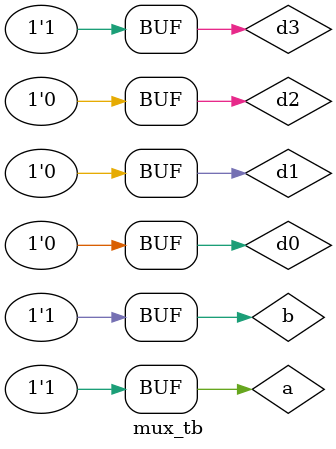
<source format=v>
module mux4to1(output y,input d0,d1,d2,d3,a,b);
	wire and1,and2,and3,and4;
	and a1(and1,d0,~a,~b);
	and a2(and2,d1,~a,b);
	and a3(and3,d2,a,~b);
	and a4(and4,d3,a,b);
	or o(y,and1,and2,and3,and4);
endmodule
module mux_tb;
	reg d0,d1,d2,d3,a,b;
	wire y;
	mux4to1 mux(y,d0,d1,d2,d3,a,b);
	initial
	begin
		$dumpfile("mux_test.vcd");
		$dumpvars(0,mux_tb);
		d0=1'b0;d1=1'b0;d2=1'b0;d3=1'b0;a=1'b0;b=1'b0;
			#10;
		d0=1'b1;d1=1'b0;d2=1'b0;d3=1'b0;a=1'b0;b=1'b0;
			#10;
		d0=1'b0;d1=1'b0;d2=1'b0;d3=1'b0;a=1'b0;b=1'b1;
			#10;
		d0=1'b0;d1=1'b1;d2=1'b0;d3=1'b0;a=1'b0;b=1'b1;
			#10;
		d0=1'b0;d1=1'b0;d2=1'b0;d3=1'b0;a=1'b1;b=1'b0;
			#10;
		d0=1'b0;d1=1'b0;d2=1'b1;d3=1'b0;a=1'b1;b=1'b0;
			#10;
		d0=1'b0;d1=1'b0;d2=1'b0;d3=1'b0;a=1'b1;b=1'b1;
			#10;
		d0=1'b0;d1=1'b0;d2=1'b0;d3=1'b1;a=1'b1;b=1'b1;
			#10;
	end
endmodule
	
</source>
